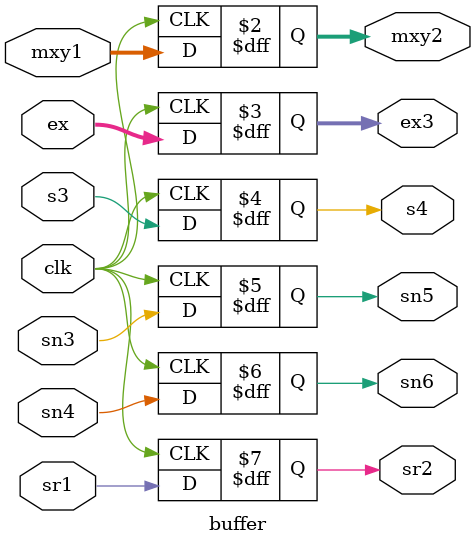
<source format=v>
`timescale 1ns / 1ps

module FPU32bitAdderTop(a,b,clk,out);
input[31:0]a,b;
input clk;
output [31:0]out;
wire [7:0]e1,e2,ex,ey,exy,ex1,ey1,ex2,ex3;
wire s1,s2,s,s3,sr,sn,s4,sx1,sy1,sn1,sn2,sn3,sn4,sr1,sr2,sn5,sn6;
wire [23:0]m1,m2,mx,my,mxy,mx1,my1;
wire [24:0]mxy1,mxy2;
assign s1=a[31];
assign s2=b[31];
assign e1=a[30:23];
assign e2=b[30:23];
assign m1[23]=1'b1;
assign m2[23]=1'b1;
assign m1[22:0]=a[22:0];
assign m2[22:0]=b[22:0];
//submodule for compare and shfit
cmpshift as(e1[7:0],e2[7:0],s1,s2,m1[23:0],m2[23:0],clk,ex,ey,mx,my,s,sx1,sy1);

//sub module for mantissa addition snd subtraction
faddsub as1(mx,my,sx1,sy1,s,ex,clk,mxy1,ex2,sn3,sn4,s3,sr1);

buffer buff(mxy1,s3,sr1,ex2,sn3,sn4,clk,mxy2,ex3,sn5,sn6,s4,sr2);
//sub module for normalization
//normalized as2(mxy1,sr1,sn3,sn4,s3,clk,ex3,sr,exy,mxy);
normalized as2(mxy2,sr2,sn5,sn6,s4,clk,ex3,sr,exy,mxy);
assign out={sr,exy,mxy[22:0]};
endmodule

module cmpshift(e1,e2,s1,s2,m1,m2,clk,ex,ey,mx,my,s,sx1,sy1); //module for copare &shift
input [7:0]e1,e2;
input [23:0]m1,m2;
input clk,s1,s2;
output reg[7:0]ex,ey;
output reg[23:0]mx,my;
output reg s,sx1,sy1;
reg [7:0]diff;
always@(posedge clk)
begin
sx1=s1;
sy1=s2;
if(e1==e2)
begin
ex=e1+8'b1;
ey=e2+8'b1;
mx=m1;
my=m2;
s=1'b1;
end
else if(e1>e2)
begin
diff=e1-e2;
ex=e1+8'b1;
ey=e1+8'b1;
mx=m1;
my=m2>>diff;
s=1'b1;
end
else
begin
diff=e2-e1;
ex=e2+8'b1;
ey=e2+8'b1;
mx=m2;
my=m1>>diff;
s=1'b0;
end
end
endmodule

module normalized(mxy1,s,s1,s2,s3,clk,ex,sr,exy,mxy);
input[24:0]mxy1;
input s,s1,s2,s3,clk;
input[7:0]ex;
output reg sr;
output reg[7:0]exy;
output reg[23:0]mxy;
reg [24:0]mxy2;
always@(posedge clk)
begin
sr=s?s1^(mxy1[24]&s3):s2^(mxy1[24]&s3);
mxy2=(mxy1[24]&s3)?~mxy1+25'b1:mxy1;
mxy=mxy2[24:1];
exy=ex;
repeat(24)
begin
if(mxy[23]==1'b0)
begin
mxy=mxy<<1'b1;
exy=exy-8'b1;
end
end
end
endmodule

module faddsub(a,b,s1,s2,sn,ex1,clk,out,ex2,sn3,sn4,s,sr1); //submodule for addition or subtraction
input [23:0]a,b;
input[7:0]ex1;
input s1,s2,clk,sn;
output reg [7:0]ex2;
output reg[24:0]out;
output reg s,sn3,sn4,sr1;
always@(posedge clk)
begin
ex2=ex1;
sr1=sn;
sn3=s1;
sn4=s2;
s=s1^s2;
if(s)
begin
out=a-b;
end
else
begin
out=a+b;
end
end
endmodule

module buffer(mxy1,s3,sr1,ex,sn3,sn4,clk,mxy2,ex3,sn5,sn6,s4,sr2);
input [24:0]mxy1;
input s3,clk,sr1,sn3,sn4;
input [7:0]ex;
output reg[24:0]mxy2;
output reg[7:0]ex3;
output reg s4,sn5,sn6,sr2;
always@(posedge clk)
begin
sr2=sr1;
sn5=sn3;
sn6=sn4;
ex3=ex;
mxy2=mxy1;
s4=s3;
end
endmodule
</source>
